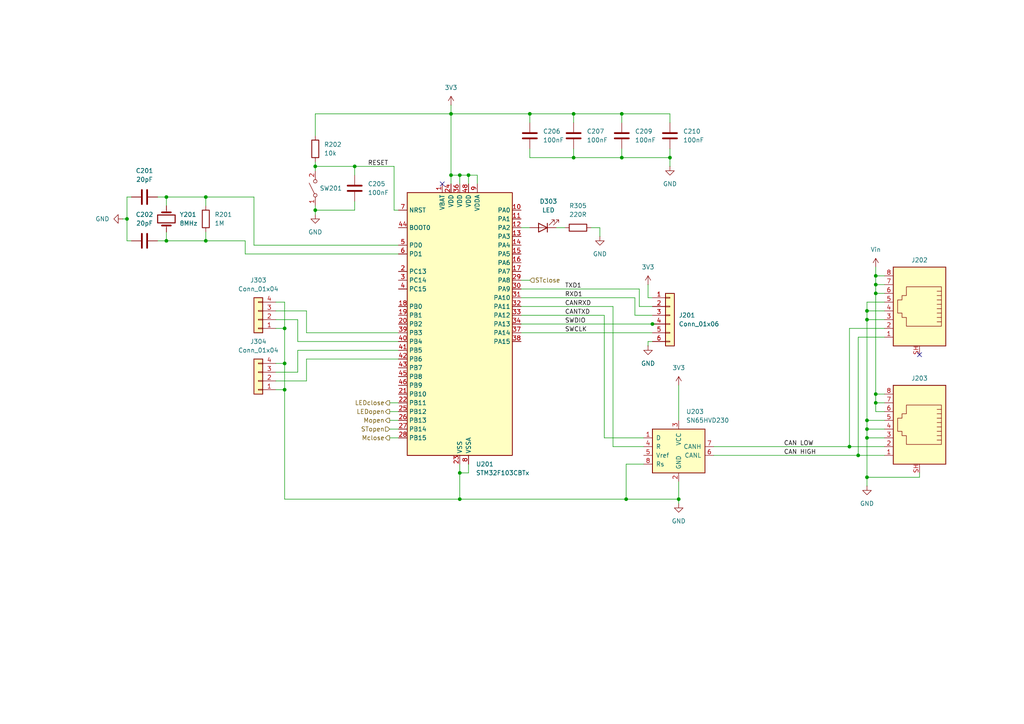
<source format=kicad_sch>
(kicad_sch (version 20250114) (generator "eeschema") (generator_version "9.0")
  (paper "A4")
  (lib_symbols
    (symbol "Connector:RJ45_Shielded" (pin_names (offset 1.016))
      (property "Reference" "J" (at -5.08 13.97 0))
      (property "Value" "RJ45_Shielded" (at 2.54 13.97 0))
      (symbol "RJ45_Shielded_0_1"
        (polyline (pts (xy -6.35 1.905) (xy -5.08 1.905) (xy -5.08 1.905)))
        (polyline (pts (xy -6.35 0.635) (xy -5.08 0.635) (xy -5.08 0.635)))
        (polyline (pts (xy -6.35 -0.635) (xy -5.08 -0.635) (xy -5.08 -0.635)))
        (polyline (pts (xy -6.35 -1.905) (xy -5.08 -1.905) (xy -5.08 -1.905)))
        (polyline (pts (xy -6.35 -3.175) (xy -5.08 -3.175) (xy -5.08 -3.175)))
        (polyline (pts (xy -6.35 -4.445) (xy -6.35 6.985) (xy 3.81 6.985) (xy 3.81 4.445) (xy 5.08 4.445) (xy 5.08 3.175) (xy 6.35 3.175) (xy 6.35 -0.635) (xy 5.08 -0.635) (xy 5.08 -1.905) (xy 3.81 -1.905) (xy 3.81 -4.445) (xy -6.35 -4.445) (xy -6.35 -4.445)))
        (polyline (pts (xy -5.08 5.715) (xy -6.35 5.715)))
        (polyline (pts (xy -5.08 4.445) (xy -6.35 4.445)))
        (polyline (pts (xy -5.08 3.175) (xy -6.35 3.175) (xy -6.35 3.175)))
        (rectangle (start 7.62 12.7) (end -7.62 -10.16) (stroke (width 0.254)) (fill (type background)))
      )
      (symbol "RJ45_Shielded_1_1"
        (pin passive line (at 0 -12.7 90) (length 2.54) (name "~") (number "SH"))
        (pin passive line (at 10.16 10.16 180) (length 2.54) (name "~") (number "8"))
        (pin passive line (at 10.16 7.62 180) (length 2.54) (name "~") (number "7"))
        (pin passive line (at 10.16 5.08 180) (length 2.54) (name "~") (number "6"))
        (pin passive line (at 10.16 2.54 180) (length 2.54) (name "~") (number "5"))
        (pin passive line (at 10.16 0 180) (length 2.54) (name "~") (number "4"))
        (pin passive line (at 10.16 -2.54 180) (length 2.54) (name "~") (number "3"))
        (pin passive line (at 10.16 -5.08 180) (length 2.54) (name "~") (number "2"))
        (pin passive line (at 10.16 -7.62 180) (length 2.54) (name "~") (number "1"))
      )
    )
    (symbol "Connector_Generic:Conn_01x04" (pin_names (offset 1.016) (hide yes))
      (property "Reference" "J" (at 0 5.08 0))
      (property "Value" "Conn_01x04" (at 0 -7.62 0))
      (symbol "Conn_01x04_1_1"
        (rectangle (start -1.27 3.81) (end 1.27 -6.35) (stroke (width 0.254)) (fill (type background)))
        (rectangle (start -1.27 2.667) (end 0 2.413) (stroke (width 0.1524)))
        (rectangle (start -1.27 0.127) (end 0 -0.127) (stroke (width 0.1524)))
        (rectangle (start -1.27 -2.413) (end 0 -2.667) (stroke (width 0.1524)))
        (rectangle (start -1.27 -4.953) (end 0 -5.207) (stroke (width 0.1524)))
        (pin passive line (at -5.08 2.54 0) (length 3.81) (name "Pin_1") (number "1"))
        (pin passive line (at -5.08 0 0) (length 3.81) (name "Pin_2") (number "2"))
        (pin passive line (at -5.08 -2.54 0) (length 3.81) (name "Pin_3") (number "3"))
        (pin passive line (at -5.08 -5.08 0) (length 3.81) (name "Pin_4") (number "4"))
      )
    )
    (symbol "Connector_Generic:Conn_01x06" (pin_names (offset 1.016) (hide yes))
      (property "Reference" "J" (at 0 7.62 0))
      (property "Value" "Conn_01x06" (at 0 -10.16 0))
      (symbol "Conn_01x06_1_1"
        (rectangle (start -1.27 6.35) (end 1.27 -8.89) (stroke (width 0.254)) (fill (type background)))
        (rectangle (start -1.27 5.207) (end 0 4.953) (stroke (width 0.1524)))
        (rectangle (start -1.27 2.667) (end 0 2.413) (stroke (width 0.1524)))
        (rectangle (start -1.27 0.127) (end 0 -0.127) (stroke (width 0.1524)))
        (rectangle (start -1.27 -2.413) (end 0 -2.667) (stroke (width 0.1524)))
        (rectangle (start -1.27 -4.953) (end 0 -5.207) (stroke (width 0.1524)))
        (rectangle (start -1.27 -7.493) (end 0 -7.747) (stroke (width 0.1524)))
        (pin passive line (at -5.08 5.08 0) (length 3.81) (name "Pin_1") (number "1"))
        (pin passive line (at -5.08 2.54 0) (length 3.81) (name "Pin_2") (number "2"))
        (pin passive line (at -5.08 0 0) (length 3.81) (name "Pin_3") (number "3"))
        (pin passive line (at -5.08 -2.54 0) (length 3.81) (name "Pin_4") (number "4"))
        (pin passive line (at -5.08 -5.08 0) (length 3.81) (name "Pin_5") (number "5"))
        (pin passive line (at -5.08 -7.62 0) (length 3.81) (name "Pin_6") (number "6"))
      )
    )
    (symbol "Device:C" (pin_numbers (hide yes)) (pin_names (offset 0.254))
      (property "Reference" "C" (at 0.635 2.54 0))
      (property "Value" "C" (at 0.635 -2.54 0))
      (symbol "C_0_1"
        (polyline (pts (xy -2.032 0.762) (xy 2.032 0.762)) (stroke (width 0.508)))
        (polyline (pts (xy -2.032 -0.762) (xy 2.032 -0.762)) (stroke (width 0.508)))
      )
      (symbol "C_1_1"
        (pin passive line (at 0 3.81 270) (length 2.794) (name "~") (number "1"))
        (pin passive line (at 0 -3.81 90) (length 2.794) (name "~") (number "2"))
      )
    )
    (symbol "Device:Crystal" (pin_numbers (hide yes)) (pin_names (offset 1.016) (hide yes))
      (property "Reference" "Y" (at 0 3.81 0))
      (property "Value" "Crystal" (at 0 -3.81 0))
      (symbol "Crystal_0_1"
        (polyline (pts (xy -2.54 0) (xy -1.905 0)))
        (polyline (pts (xy -1.905 -1.27) (xy -1.905 1.27)) (stroke (width 0.508)))
        (rectangle (start -1.143 2.54) (end 1.143 -2.54) (stroke (width 0.3048)))
        (polyline (pts (xy 1.905 -1.27) (xy 1.905 1.27)) (stroke (width 0.508)))
        (polyline (pts (xy 2.54 0) (xy 1.905 0)))
      )
      (symbol "Crystal_1_1"
        (pin passive line (at -3.81 0 0) (length 1.27) (name "1") (number "1"))
        (pin passive line (at 3.81 0 180) (length 1.27) (name "2") (number "2"))
      )
    )
    (symbol "Device:LED" (pin_numbers (hide yes)) (pin_names (offset 1.016) (hide yes))
      (property "Reference" "D" (at 0 2.54 0))
      (property "Value" "LED" (at 0 -2.54 0))
      (symbol "LED_0_1"
        (polyline (pts (xy -3.048 -0.762) (xy -4.572 -2.286) (xy -3.81 -2.286) (xy -4.572 -2.286) (xy -4.572 -1.524)))
        (polyline (pts (xy -1.778 -0.762) (xy -3.302 -2.286) (xy -2.54 -2.286) (xy -3.302 -2.286) (xy -3.302 -1.524)))
        (polyline (pts (xy -1.27 0) (xy 1.27 0)))
        (polyline (pts (xy -1.27 -1.27) (xy -1.27 1.27)) (stroke (width 0.254)))
        (polyline (pts (xy 1.27 -1.27) (xy 1.27 1.27) (xy -1.27 0) (xy 1.27 -1.27)) (stroke (width 0.254)))
      )
      (symbol "LED_1_1"
        (pin passive line (at -3.81 0 0) (length 2.54) (name "K") (number "1"))
        (pin passive line (at 3.81 0 180) (length 2.54) (name "A") (number "2"))
      )
    )
    (symbol "Device:R" (pin_numbers (hide yes)) (pin_names (offset 0))
      (property "Reference" "R" (at 2.032 0 90))
      (property "Value" "R" (at 0 0 90))
      (symbol "R_0_1"
        (rectangle (start -1.016 -2.54) (end 1.016 2.54) (stroke (width 0.254)))
      )
      (symbol "R_1_1"
        (pin passive line (at 0 3.81 270) (length 1.27) (name "~") (number "1"))
        (pin passive line (at 0 -3.81 90) (length 1.27) (name "~") (number "2"))
      )
    )
    (symbol "Interface_CAN_LIN:SN65HVD230" (pin_names (offset 1.016))
      (property "Reference" "U" (at -2.54 10.16 0))
      (property "Value" "SN65HVD230" (at -2.54 7.62 0))
      (symbol "SN65HVD230_0_1"
        (rectangle (start -7.62 5.08) (end 7.62 -7.62) (stroke (width 0.254)) (fill (type background)))
      )
      (symbol "SN65HVD230_1_1"
        (pin input line (at -10.16 2.54 0) (length 2.54) (name "D") (number "1"))
        (pin output line (at -10.16 0 0) (length 2.54) (name "R") (number "4"))
        (pin output line (at -10.16 -2.54 0) (length 2.54) (name "Vref") (number "5"))
        (pin input line (at -10.16 -5.08 0) (length 2.54) (name "Rs") (number "8"))
        (pin power_in line (at 0 7.62 270) (length 2.54) (name "VCC") (number "3"))
        (pin power_in line (at 0 -10.16 90) (length 2.54) (name "GND") (number "2"))
        (pin bidirectional line (at 10.16 0 180) (length 2.54) (name "CANH") (number "7"))
        (pin bidirectional line (at 10.16 -2.54 180) (length 2.54) (name "CANL") (number "6"))
      )
    )
    (symbol "MCU_ST_STM32F1:STM32F103CBTx"
      (property "Reference" "U" (at -15.24 39.37 0))
      (property "Value" "STM32F103CBTx" (at 7.62 39.37 0))
      (symbol "STM32F103CBTx_0_1"
        (rectangle (start -15.24 -38.1) (end 15.24 38.1) (stroke (width 0.254)) (fill (type background)))
      )
      (symbol "STM32F103CBTx_1_1"
        (pin input line (at -17.78 33.02 0) (length 2.54) (name "NRST") (number "7"))
        (pin input line (at -17.78 27.94 0) (length 2.54) (name "BOOT0") (number "44"))
        (pin bidirectional line (at -17.78 22.86 0) (length 2.54) (name "PD0") (number "5"))
        (pin bidirectional line (at -17.78 20.32 0) (length 2.54) (name "PD1") (number "6"))
        (pin bidirectional line (at -17.78 15.24 0) (length 2.54) (name "PC13") (number "2"))
        (pin bidirectional line (at -17.78 12.7 0) (length 2.54) (name "PC14") (number "3"))
        (pin bidirectional line (at -17.78 10.16 0) (length 2.54) (name "PC15") (number "4"))
        (pin bidirectional line (at -17.78 5.08 0) (length 2.54) (name "PB0") (number "18"))
        (pin bidirectional line (at -17.78 2.54 0) (length 2.54) (name "PB1") (number "19"))
        (pin bidirectional line (at -17.78 0 0) (length 2.54) (name "PB2") (number "20"))
        (pin bidirectional line (at -17.78 -2.54 0) (length 2.54) (name "PB3") (number "39"))
        (pin bidirectional line (at -17.78 -5.08 0) (length 2.54) (name "PB4") (number "40"))
        (pin bidirectional line (at -17.78 -7.62 0) (length 2.54) (name "PB5") (number "41"))
        (pin bidirectional line (at -17.78 -10.16 0) (length 2.54) (name "PB6") (number "42"))
        (pin bidirectional line (at -17.78 -12.7 0) (length 2.54) (name "PB7") (number "43"))
        (pin bidirectional line (at -17.78 -15.24 0) (length 2.54) (name "PB8") (number "45"))
        (pin bidirectional line (at -17.78 -17.78 0) (length 2.54) (name "PB9") (number "46"))
        (pin bidirectional line (at -17.78 -20.32 0) (length 2.54) (name "PB10") (number "21"))
        (pin bidirectional line (at -17.78 -22.86 0) (length 2.54) (name "PB11") (number "22"))
        (pin bidirectional line (at -17.78 -25.4 0) (length 2.54) (name "PB12") (number "25"))
        (pin bidirectional line (at -17.78 -27.94 0) (length 2.54) (name "PB13") (number "26"))
        (pin bidirectional line (at -17.78 -30.48 0) (length 2.54) (name "PB14") (number "27"))
        (pin bidirectional line (at -17.78 -33.02 0) (length 2.54) (name "PB15") (number "28"))
        (pin power_in line (at -5.08 40.64 270) (length 2.54) (name "VBAT") (number "1"))
        (pin power_in line (at -2.54 40.64 270) (length 2.54) (name "VDD") (number "24"))
        (pin power_in line (at 0 40.64 270) (length 2.54) (name "VDD") (number "36"))
        (pin power_in line (at 0 -40.64 90) (length 2.54) (name "VSS") (number "23"))
        (pin passive line (at 0 -40.64 90) (length 2.54) (hide yes) (name "VSS") (number "35"))
        (pin passive line (at 0 -40.64 90) (length 2.54) (hide yes) (name "VSS") (number "47"))
        (pin power_in line (at 2.54 40.64 270) (length 2.54) (name "VDD") (number "48"))
        (pin power_in line (at 2.54 -40.64 90) (length 2.54) (name "VSSA") (number "8"))
        (pin power_in line (at 5.08 40.64 270) (length 2.54) (name "VDDA") (number "9"))
        (pin bidirectional line (at 17.78 33.02 180) (length 2.54) (name "PA0") (number "10"))
        (pin bidirectional line (at 17.78 30.48 180) (length 2.54) (name "PA1") (number "11"))
        (pin bidirectional line (at 17.78 27.94 180) (length 2.54) (name "PA2") (number "12"))
        (pin bidirectional line (at 17.78 25.4 180) (length 2.54) (name "PA3") (number "13"))
        (pin bidirectional line (at 17.78 22.86 180) (length 2.54) (name "PA4") (number "14"))
        (pin bidirectional line (at 17.78 20.32 180) (length 2.54) (name "PA5") (number "15"))
        (pin bidirectional line (at 17.78 17.78 180) (length 2.54) (name "PA6") (number "16"))
        (pin bidirectional line (at 17.78 15.24 180) (length 2.54) (name "PA7") (number "17"))
        (pin bidirectional line (at 17.78 12.7 180) (length 2.54) (name "PA8") (number "29"))
        (pin bidirectional line (at 17.78 10.16 180) (length 2.54) (name "PA9") (number "30"))
        (pin bidirectional line (at 17.78 7.62 180) (length 2.54) (name "PA10") (number "31"))
        (pin bidirectional line (at 17.78 5.08 180) (length 2.54) (name "PA11") (number "32"))
        (pin bidirectional line (at 17.78 2.54 180) (length 2.54) (name "PA12") (number "33"))
        (pin bidirectional line (at 17.78 0 180) (length 2.54) (name "PA13") (number "34"))
        (pin bidirectional line (at 17.78 -2.54 180) (length 2.54) (name "PA14") (number "37"))
        (pin bidirectional line (at 17.78 -5.08 180) (length 2.54) (name "PA15") (number "38"))
      )
    )
    (symbol "Switch:SW_SPST" (pin_names (offset 0) (hide yes))
      (property "Reference" "SW" (at 0 3.175 0))
      (property "Value" "SW_SPST" (at 0 -2.54 0))
      (symbol "SW_SPST_0_0"
        (circle (center -2.032 0) (radius 0.508))
        (polyline (pts (xy -1.524 0.254) (xy 1.524 1.778)))
        (circle (center 2.032 0) (radius 0.508))
      )
      (symbol "SW_SPST_1_1"
        (pin passive line (at -5.08 0 0) (length 2.54) (name "A") (number "1"))
        (pin passive line (at 5.08 0 180) (length 2.54) (name "B") (number "2"))
      )
    )
    (symbol "power:GND" (power) (pin_numbers (hide yes)) (pin_names (offset 0) (hide yes))
      (property "Value" "GND" (at 0 -3.81 0))
      (symbol "GND_0_1"
        (polyline (pts (xy 0 0) (xy 0 -1.27) (xy 1.27 -1.27) (xy 0 -2.54) (xy -1.27 -1.27) (xy 0 -1.27)))
      )
      (symbol "GND_1_1"
        (pin power_in line (at 0 0 270) (length 0) (name "~") (number "1"))
      )
    )
    (symbol "power:VDD" (power) (pin_numbers (hide yes)) (pin_names (offset 0) (hide yes))
      (property "Value" "VDD" (at 0 3.556 0))
      (symbol "VDD_0_1"
        (polyline (pts (xy -0.762 1.27) (xy 0 2.54)))
        (polyline (pts (xy 0 2.54) (xy 0.762 1.27)))
        (polyline (pts (xy 0 0) (xy 0 2.54)))
      )
      (symbol "VDD_1_1"
        (pin power_in line (at 0 0 90) (length 0) (name "~") (number "1"))
      )
    )
  )
  (junction (at 251.46 90.17))
  (junction (at 180.34 45.72))
  (junction (at 254 114.3))
  (junction (at 189.23 93.98))
  (junction (at 194.31 45.72))
  (junction (at 133.35 137.16))
  (junction (at 180.34 33.02))
  (junction (at 59.69 69.85))
  (junction (at 91.44 48.26))
  (junction (at 82.55 113.03))
  (junction (at 254 116.84))
  (junction (at 36.83 63.5))
  (junction (at 153.67 33.02))
  (junction (at 254 85.09))
  (junction (at 102.87 48.26))
  (junction (at 133.35 50.8))
  (junction (at 251.46 92.71))
  (junction (at 59.69 57.15))
  (junction (at 135.89 50.8))
  (junction (at 48.26 57.15))
  (junction (at 254 82.55))
  (junction (at 166.37 33.02))
  (junction (at 166.37 45.72))
  (junction (at 248.92 132.08))
  (junction (at 48.26 69.85))
  (junction (at 251.46 124.46))
  (junction (at 251.46 138.43))
  (junction (at 130.81 50.8))
  (junction (at 130.81 33.02))
  (junction (at 181.61 144.78))
  (junction (at 91.44 60.96))
  (junction (at 251.46 121.92))
  (junction (at 251.46 127))
  (junction (at 82.55 105.41))
  (junction (at 196.85 144.78))
  (junction (at 246.38 129.54))
  (junction (at 133.35 144.78))
  (junction (at 82.55 95.25))
  (junction (at 254 80.01))
  (no_connect (at 128.27 53.34))
  (no_connect (at 266.7 102.87))
  (wire (pts (xy 86.36 92.71) (xy 80.01 92.71)))
  (wire (pts (xy 82.55 144.78) (xy 133.35 144.78)))
  (wire (pts (xy 73.66 71.12) (xy 73.66 57.15)))
  (wire (pts (xy 187.96 99.06) (xy 189.23 99.06)))
  (wire (pts (xy 248.92 132.08) (xy 248.92 97.79)))
  (wire (pts (xy 171.45 66.04) (xy 173.99 66.04)))
  (wire (pts (xy 151.13 91.44) (xy 175.26 91.44)))
  (wire (pts (xy 88.9 104.14) (xy 88.9 110.49)))
  (wire (pts (xy 180.34 45.72) (xy 194.31 45.72)))
  (wire (pts (xy 88.9 96.52) (xy 88.9 90.17)))
  (wire (pts (xy 173.99 66.04) (xy 173.99 68.58)))
  (wire (pts (xy 113.03 127) (xy 115.57 127)))
  (wire (pts (xy 133.35 134.62) (xy 133.35 137.16)))
  (wire (pts (xy 138.43 50.8) (xy 135.89 50.8)))
  (wire (pts (xy 256.54 116.84) (xy 254 116.84)))
  (wire (pts (xy 153.67 33.02) (xy 153.67 35.56)))
  (wire (pts (xy 256.54 119.38) (xy 254 119.38)))
  (wire (pts (xy 135.89 134.62) (xy 135.89 137.16)))
  (wire (pts (xy 35.56 63.5) (xy 36.83 63.5)))
  (wire (pts (xy 256.54 124.46) (xy 251.46 124.46)))
  (wire (pts (xy 73.66 57.15) (xy 59.69 57.15)))
  (wire (pts (xy 82.55 95.25) (xy 82.55 105.41)))
  (wire (pts (xy 36.83 57.15) (xy 38.1 57.15)))
  (wire (pts (xy 91.44 49.53) (xy 91.44 48.26)))
  (wire (pts (xy 190.5 93.98) (xy 189.23 93.98)))
  (wire (pts (xy 130.81 33.02) (xy 153.67 33.02)))
  (wire (pts (xy 151.13 96.52) (xy 189.23 96.52)))
  (wire (pts (xy 115.57 71.12) (xy 73.66 71.12)))
  (wire (pts (xy 151.13 81.28) (xy 153.67 81.28)))
  (wire (pts (xy 115.57 73.66) (xy 71.12 73.66)))
  (wire (pts (xy 86.36 107.95) (xy 80.01 107.95)))
  (wire (pts (xy 254 119.38) (xy 254 116.84)))
  (wire (pts (xy 130.81 30.48) (xy 130.81 33.02)))
  (wire (pts (xy 130.81 50.8) (xy 130.81 33.02)))
  (wire (pts (xy 251.46 92.71) (xy 251.46 90.17)))
  (wire (pts (xy 180.34 43.18) (xy 180.34 45.72)))
  (wire (pts (xy 196.85 139.7) (xy 196.85 144.78)))
  (wire (pts (xy 59.69 57.15) (xy 48.26 57.15)))
  (wire (pts (xy 102.87 58.42) (xy 102.87 60.96)))
  (wire (pts (xy 45.72 57.15) (xy 48.26 57.15)))
  (wire (pts (xy 135.89 53.34) (xy 135.89 50.8)))
  (wire (pts (xy 254 85.09) (xy 254 82.55)))
  (wire (pts (xy 248.92 132.08) (xy 256.54 132.08)))
  (wire (pts (xy 133.35 137.16) (xy 133.35 144.78)))
  (wire (pts (xy 207.01 129.54) (xy 246.38 129.54)))
  (wire (pts (xy 115.57 104.14) (xy 88.9 104.14)))
  (wire (pts (xy 153.67 33.02) (xy 166.37 33.02)))
  (wire (pts (xy 71.12 69.85) (xy 59.69 69.85)))
  (wire (pts (xy 180.34 33.02) (xy 166.37 33.02)))
  (wire (pts (xy 246.38 129.54) (xy 256.54 129.54)))
  (wire (pts (xy 254 82.55) (xy 256.54 82.55)))
  (wire (pts (xy 86.36 99.06) (xy 86.36 92.71)))
  (wire (pts (xy 207.01 132.08) (xy 248.92 132.08)))
  (wire (pts (xy 251.46 121.92) (xy 256.54 121.92)))
  (wire (pts (xy 153.67 45.72) (xy 166.37 45.72)))
  (wire (pts (xy 88.9 90.17) (xy 80.01 90.17)))
  (wire (pts (xy 115.57 96.52) (xy 88.9 96.52)))
  (wire (pts (xy 161.29 66.04) (xy 163.83 66.04)))
  (wire (pts (xy 48.26 57.15) (xy 48.26 59.69)))
  (wire (pts (xy 175.26 127) (xy 186.69 127)))
  (wire (pts (xy 246.38 95.25) (xy 256.54 95.25)))
  (wire (pts (xy 184.15 91.44) (xy 189.23 91.44)))
  (wire (pts (xy 113.03 116.84) (xy 115.57 116.84)))
  (wire (pts (xy 36.83 63.5) (xy 36.83 57.15)))
  (wire (pts (xy 254 114.3) (xy 254 116.84)))
  (wire (pts (xy 266.7 138.43) (xy 266.7 137.16)))
  (wire (pts (xy 184.15 86.36) (xy 184.15 91.44)))
  (wire (pts (xy 175.26 91.44) (xy 175.26 127)))
  (wire (pts (xy 181.61 134.62) (xy 186.69 134.62)))
  (wire (pts (xy 115.57 60.96) (xy 114.3 60.96)))
  (wire (pts (xy 113.03 119.38) (xy 115.57 119.38)))
  (wire (pts (xy 36.83 69.85) (xy 36.83 63.5)))
  (wire (pts (xy 102.87 60.96) (xy 91.44 60.96)))
  (wire (pts (xy 59.69 57.15) (xy 59.69 59.69)))
  (wire (pts (xy 48.26 69.85) (xy 48.26 67.31)))
  (wire (pts (xy 82.55 105.41) (xy 82.55 113.03)))
  (wire (pts (xy 133.35 144.78) (xy 181.61 144.78)))
  (wire (pts (xy 196.85 144.78) (xy 196.85 146.05)))
  (wire (pts (xy 114.3 60.96) (xy 114.3 48.26)))
  (wire (pts (xy 130.81 53.34) (xy 130.81 50.8)))
  (wire (pts (xy 91.44 46.99) (xy 91.44 48.26)))
  (wire (pts (xy 91.44 48.26) (xy 102.87 48.26)))
  (wire (pts (xy 251.46 138.43) (xy 266.7 138.43)))
  (wire (pts (xy 151.13 93.98) (xy 189.23 93.98)))
  (wire (pts (xy 256.54 85.09) (xy 254 85.09)))
  (wire (pts (xy 138.43 53.34) (xy 138.43 50.8)))
  (wire (pts (xy 71.12 73.66) (xy 71.12 69.85)))
  (wire (pts (xy 91.44 33.02) (xy 130.81 33.02)))
  (wire (pts (xy 185.42 83.82) (xy 185.42 88.9)))
  (wire (pts (xy 251.46 124.46) (xy 251.46 127)))
  (wire (pts (xy 181.61 144.78) (xy 196.85 144.78)))
  (wire (pts (xy 113.03 121.92) (xy 115.57 121.92)))
  (wire (pts (xy 88.9 110.49) (xy 80.01 110.49)))
  (wire (pts (xy 91.44 60.96) (xy 91.44 62.23)))
  (wire (pts (xy 196.85 111.76) (xy 196.85 121.92)))
  (wire (pts (xy 38.1 69.85) (xy 36.83 69.85)))
  (wire (pts (xy 153.67 43.18) (xy 153.67 45.72)))
  (wire (pts (xy 166.37 43.18) (xy 166.37 45.72)))
  (wire (pts (xy 246.38 129.54) (xy 246.38 95.25)))
  (wire (pts (xy 187.96 86.36) (xy 189.23 86.36)))
  (wire (pts (xy 254 85.09) (xy 254 114.3)))
  (wire (pts (xy 151.13 88.9) (xy 177.8 88.9)))
  (wire (pts (xy 256.54 87.63) (xy 251.46 87.63)))
  (wire (pts (xy 254 77.47) (xy 254 80.01)))
  (wire (pts (xy 91.44 39.37) (xy 91.44 33.02)))
  (wire (pts (xy 251.46 92.71) (xy 256.54 92.71)))
  (wire (pts (xy 82.55 87.63) (xy 82.55 95.25)))
  (wire (pts (xy 86.36 101.6) (xy 86.36 107.95)))
  (wire (pts (xy 187.96 99.06) (xy 187.96 100.33)))
  (wire (pts (xy 194.31 45.72) (xy 194.31 43.18)))
  (wire (pts (xy 133.35 50.8) (xy 130.81 50.8)))
  (wire (pts (xy 151.13 66.04) (xy 153.67 66.04)))
  (wire (pts (xy 166.37 35.56) (xy 166.37 33.02)))
  (wire (pts (xy 177.8 88.9) (xy 177.8 129.54)))
  (wire (pts (xy 133.35 53.34) (xy 133.35 50.8)))
  (wire (pts (xy 151.13 83.82) (xy 185.42 83.82)))
  (wire (pts (xy 251.46 87.63) (xy 251.46 90.17)))
  (wire (pts (xy 113.03 124.46) (xy 115.57 124.46)))
  (wire (pts (xy 251.46 138.43) (xy 251.46 140.97)))
  (wire (pts (xy 91.44 59.69) (xy 91.44 60.96)))
  (wire (pts (xy 251.46 127) (xy 251.46 138.43)))
  (wire (pts (xy 80.01 87.63) (xy 82.55 87.63)))
  (wire (pts (xy 82.55 113.03) (xy 82.55 144.78)))
  (wire (pts (xy 251.46 127) (xy 256.54 127)))
  (wire (pts (xy 59.69 69.85) (xy 48.26 69.85)))
  (wire (pts (xy 151.13 86.36) (xy 184.15 86.36)))
  (wire (pts (xy 45.72 69.85) (xy 48.26 69.85)))
  (wire (pts (xy 135.89 50.8) (xy 133.35 50.8)))
  (wire (pts (xy 185.42 88.9) (xy 189.23 88.9)))
  (wire (pts (xy 251.46 92.71) (xy 251.46 121.92)))
  (wire (pts (xy 248.92 97.79) (xy 256.54 97.79)))
  (wire (pts (xy 114.3 48.26) (xy 102.87 48.26)))
  (wire (pts (xy 194.31 45.72) (xy 194.31 48.26)))
  (wire (pts (xy 80.01 95.25) (xy 82.55 95.25)))
  (wire (pts (xy 186.69 129.54) (xy 177.8 129.54)))
  (wire (pts (xy 180.34 33.02) (xy 180.34 35.56)))
  (wire (pts (xy 59.69 67.31) (xy 59.69 69.85)))
  (wire (pts (xy 254 80.01) (xy 254 82.55)))
  (wire (pts (xy 115.57 101.6) (xy 86.36 101.6)))
  (wire (pts (xy 166.37 45.72) (xy 180.34 45.72)))
  (wire (pts (xy 115.57 99.06) (xy 86.36 99.06)))
  (wire (pts (xy 181.61 134.62) (xy 181.61 144.78)))
  (wire (pts (xy 256.54 114.3) (xy 254 114.3)))
  (wire (pts (xy 102.87 48.26) (xy 102.87 50.8)))
  (wire (pts (xy 194.31 35.56) (xy 194.31 33.02)))
  (wire (pts (xy 80.01 105.41) (xy 82.55 105.41)))
  (wire (pts (xy 256.54 90.17) (xy 251.46 90.17)))
  (wire (pts (xy 135.89 137.16) (xy 133.35 137.16)))
  (wire (pts (xy 194.31 33.02) (xy 180.34 33.02)))
  (wire (pts (xy 251.46 121.92) (xy 251.46 124.46)))
  (wire (pts (xy 254 80.01) (xy 256.54 80.01)))
  (wire (pts (xy 80.01 113.03) (xy 82.55 113.03)))
  (wire (pts (xy 187.96 82.55) (xy 187.96 86.36)))
  (label "CAN LOW" (at 227.33 129.54 0))
  (label "SWCLK" (at 163.83 96.52 0))
  (label "RXD1" (at 163.83 86.36 0))
  (label "RESET" (at 106.68 48.26 0))
  (label "CANRXD" (at 163.83 88.9 0))
  (label "CAN HIGH" (at 227.33 132.08 0))
  (label "CANTXD" (at 163.83 91.44 0))
  (label "TXD1" (at 163.83 83.82 0))
  (label "SWDIO" (at 163.83 93.98 0))
  (hierarchical_label "LEDclose" (shape output) (at 113.03 116.84 180))
  (hierarchical_label "Mclose" (shape output) (at 113.03 127 180))
  (hierarchical_label "Mopen" (shape output) (at 113.03 121.92 180))
  (hierarchical_label "STclose" (shape input) (at 153.67 81.28 0))
  (hierarchical_label "STopen" (shape input) (at 113.03 124.46 180))
  (hierarchical_label "LEDopen" (shape output) (at 113.03 119.38 180))
  (symbol (lib_id "Switch:SW_SPST") (at 91.44 54.61 90) (unit 1)
    (property "Reference" "SW201" (at 92.71 54.6099 90) (effects (justify right)))
    (property "Value" "TS-1088" (effects (hide yes)))
    (property "Footprint" "Projekt:TS-1088" (effects (hide yes)))
    (property "Description" "Single Pole Single Throw (SPST) switch" (effects (hide yes)))
    (property "LCSC" "C720477" (effects (hide yes)))
  )
  (symbol (lib_id "power:GND") (at 251.46 140.97 0) (unit 1)
    (property "Reference" "#PWR0212" (effects (hide yes)))
    (property "Value" "GND" (at 251.46 146.05 0))
    (property "Description" "Power symbol creates a global label with name \"GND\" , ground" (effects (hide yes)))
  )
  (symbol (lib_id "Device:C") (at 41.91 57.15 90) (unit 1)
    (property "Reference" "C201" (at 41.91 49.53 90))
    (property "Value" "20pF" (at 41.91 52.07 90))
    (property "Footprint" "Capacitor_SMD:C_0402_1005Metric" (effects (hide yes)))
    (property "Description" "Unpolarized capacitor" (effects (hide yes)))
    (property "LCSC" "C1554" (effects (hide yes)))
  )
  (symbol (lib_id "power:VDD") (at 254 77.47 0) (unit 1)
    (property "Reference" "#PWR0211" (effects (hide yes)))
    (property "Value" "Vin" (at 254 72.39 0))
    (property "Description" "Power symbol creates a global label with name \"VDD\"" (effects (hide yes)))
  )
  (symbol (lib_id "Connector:RJ45_Shielded") (at 266.7 124.46 0) (mirror y) (unit 1)
    (property "Reference" "J203" (at 266.7 109.728 0))
    (property "Value" "RJ45_Shielded" (effects (hide yes)))
    (property "Footprint" "Projekt:RJ45_SH" (effects (hide yes)))
    (property "Description" "RJ connector, 8P8C (8 positions 8 connected), Shielded" (effects (hide yes)))
    (property "LCSC" "C386763" (effects (hide yes)))
  )
  (symbol (lib_id "Device:R") (at 91.44 43.18 0) (unit 1)
    (property "Reference" "R202" (at 93.98 41.9099 0) (effects (justify left)))
    (property "Value" "10k" (at 93.98 44.4499 0) (effects (justify left)))
    (property "Footprint" "Resistor_SMD:R_0402_1005Metric" (effects (hide yes)))
    (property "Description" "Resistor" (effects (hide yes)))
  )
  (symbol (lib_id "Connector:RJ45_Shielded") (at 266.7 90.17 0) (mirror y) (unit 1)
    (property "Reference" "J202" (at 266.7 75.438 0))
    (property "Value" "RJ45_Shielded" (effects (hide yes)))
    (property "Footprint" "Projekt:RJ45_SH" (effects (hide yes)))
    (property "Description" "RJ connector, 8P8C (8 positions 8 connected), Shielded" (effects (hide yes)))
    (property "LCSC" "C386763" (effects (hide yes)))
  )
  (symbol (lib_id "power:VDD") (at 196.85 111.76 0) (unit 1)
    (property "Reference" "#PWR0207" (effects (hide yes)))
    (property "Value" "3V3" (at 196.85 106.68 0))
    (property "Description" "Power symbol creates a global label with name \"VDD\"" (effects (hide yes)))
  )
  (symbol (lib_id "MCU_ST_STM32F1:STM32F103CBTx") (at 133.35 93.98 0) (unit 1)
    (property "Reference" "U201" (at 138.0333 134.62 0) (effects (justify left)))
    (property "Value" "STM32F103CBTx" (at 138.0333 137.16 0) (effects (justify left)))
    (property "Footprint" "Package_QFP:LQFP-48_7x7mm_P0.5mm" (effects (hide yes)))
    (property "Datasheet" "https://www.st.com/resource/en/datasheet/stm32f103cb.pdf" (effects (hide yes)))
    (property "Description" "STMicroelectronics Arm Cortex-M3 MCU, 128KB flash, 20KB RAM, 72 MHz, 2.0-3.6V, 37 GPIO, LQFP48" (effects (hide yes)))
  )
  (symbol (lib_id "Connector_Generic:Conn_01x06") (at 194.31 91.44 0) (unit 1)
    (property "Reference" "J201" (at 196.85 91.4399 0) (effects (justify left)))
    (property "Value" "Conn_01x06" (at 196.85 93.9799 0) (effects (justify left)))
    (property "Footprint" "Projekt:JTAG" (effects (hide yes)))
    (property "Description" "Generic connector, single row, 01x06, script generated (kicad-library-utils/schlib/autogen/connector/)" (effects (hide yes)))
  )
  (symbol (lib_id "power:GND") (at 91.44 62.23 0) (unit 1)
    (property "Reference" "#PWR0203" (effects (hide yes)))
    (property "Value" "GND" (at 91.44 67.31 0))
    (property "Description" "Power symbol creates a global label with name \"GND\" , ground" (effects (hide yes)))
  )
  (symbol (lib_id "Device:C") (at 166.37 39.37 0) (unit 1)
    (property "Reference" "C207" (at 170.18 38.0999 0) (effects (justify left)))
    (property "Value" "100nF" (at 170.18 40.6399 0) (effects (justify left)))
    (property "Footprint" "Capacitor_SMD:C_0402_1005Metric" (effects (hide yes)))
    (property "Description" "Unpolarized capacitor" (effects (hide yes)))
    (property "LCSC" "C1525" (effects (hide yes)))
  )
  (symbol (lib_id "power:GND") (at 196.85 146.05 0) (unit 1)
    (property "Reference" "#PWR0210" (effects (hide yes)))
    (property "Value" "GND" (at 196.85 151.13 0))
    (property "Description" "Power symbol creates a global label with name \"GND\" , ground" (effects (hide yes)))
  )
  (symbol (lib_id "Device:Crystal") (at 48.26 63.5 90) (unit 1)
    (property "Reference" "Y201" (at 52.07 62.2299 90) (effects (justify right)))
    (property "Value" "8MHz" (at 52.07 64.7699 90) (effects (justify right)))
    (property "Footprint" "Crystal:Crystal_SMD_5032-2Pin_5.0x3.2mm" (effects (hide yes)))
    (property "Description" "Two pin crystal" (effects (hide yes)))
    (property "LCSC" "C115962" (effects (hide yes)))
  )
  (symbol (lib_id "Device:LED") (at 157.48 66.04 180) (unit 1)
    (property "Reference" "D303" (at 159.0675 58.42 0))
    (property "Value" "LED" (at 159.0675 60.96 0))
    (property "Footprint" "LED_SMD:LED_0603_1608Metric" (effects (hide yes)))
    (property "Description" "Light emitting diode" (effects (hide yes)))
    (property "Sim.Pins" "1=K 2=A" (effects (hide yes)))
    (property "LCSC" "C2286" (effects (hide yes)))
  )
  (symbol (lib_id "Interface_CAN_LIN:SN65HVD230") (at 196.85 129.54 0) (unit 1)
    (property "Reference" "U203" (at 198.9933 119.38 0) (effects (justify left)))
    (property "Value" "SN65HVD230" (at 198.9933 121.92 0) (effects (justify left)))
    (property "Footprint" "Package_SO:SOIC-8_3.9x4.9mm_P1.27mm" (effects (hide yes)))
    (property "Datasheet" "http://www.ti.com/lit/ds/symlink/sn65hvd230.pdf" (effects (hide yes)))
    (property "Description" "CAN Bus Transceivers, 3.3V, 1Mbps, Low-Power capabilities, SOIC-8" (effects (hide yes)))
  )
  (symbol (lib_id "power:VDD") (at 187.96 82.55 0) (unit 1)
    (property "Reference" "#PWR0205" (effects (hide yes)))
    (property "Value" "3V3" (at 187.96 77.47 0))
    (property "Description" "Power symbol creates a global label with name \"VDD\"" (effects (hide yes)))
  )
  (symbol (lib_id "power:GND") (at 187.96 100.33 0) (unit 1)
    (property "Reference" "#PWR0206" (effects (hide yes)))
    (property "Value" "GND" (at 187.96 105.41 0))
    (property "Description" "Power symbol creates a global label with name \"GND\" , ground" (effects (hide yes)))
  )
  (symbol (lib_id "Connector_Generic:Conn_01x04") (at 74.93 92.71 180) (unit 1)
    (property "Reference" "J303" (at 74.93 81.28 0))
    (property "Value" "Conn_01x04" (at 74.93 83.82 0))
    (property "Footprint" "Connector_JST:JST_PH_B4B-PH-K_1x04_P2.00mm_Vertical" (effects (hide yes)))
    (property "Description" "Generic connector, single row, 01x04, script generated (kicad-library-utils/schlib/autogen/connector/)" (effects (hide yes)))
  )
  (symbol (lib_id "Device:R") (at 167.64 66.04 270) (unit 1)
    (property "Reference" "R305" (at 167.64 59.69 90))
    (property "Value" "220R" (at 167.64 62.23 90))
    (property "Footprint" "Resistor_SMD:R_0402_1005Metric" (effects (hide yes)))
    (property "Description" "Resistor" (effects (hide yes)))
    (property "LCSC" "C25091" (effects (hide yes)))
  )
  (symbol (lib_id "Device:R") (at 59.69 63.5 0) (unit 1)
    (property "Reference" "R201" (at 62.23 62.2299 0) (effects (justify left)))
    (property "Value" "1M" (at 62.23 64.7699 0) (effects (justify left)))
    (property "Footprint" "Resistor_SMD:R_0402_1005Metric" (effects (hide yes)))
    (property "Description" "Resistor" (effects (hide yes)))
    (property "LCSC" "C26083" (effects (hide yes)))
  )
  (symbol (lib_id "power:GND") (at 194.31 48.26 0) (unit 1)
    (property "Reference" "#PWR0208" (effects (hide yes)))
    (property "Value" "GND" (at 194.31 53.34 0))
    (property "Description" "Power symbol creates a global label with name \"GND\" , ground" (effects (hide yes)))
  )
  (symbol (lib_id "power:VDD") (at 130.81 30.48 0) (unit 1)
    (property "Reference" "#PWR0204" (effects (hide yes)))
    (property "Value" "3V3" (at 130.81 25.4 0))
    (property "Description" "Power symbol creates a global label with name \"VDD\"" (effects (hide yes)))
  )
  (symbol (lib_id "Device:C") (at 180.34 39.37 0) (unit 1)
    (property "Reference" "C209" (at 184.15 38.0999 0) (effects (justify left)))
    (property "Value" "100nF" (at 184.15 40.6399 0) (effects (justify left)))
    (property "Footprint" "Capacitor_SMD:C_0402_1005Metric" (effects (hide yes)))
    (property "Description" "Unpolarized capacitor" (effects (hide yes)))
    (property "LCSC" "C1525" (effects (hide yes)))
  )
  (symbol (lib_id "Device:C") (at 102.87 54.61 0) (unit 1)
    (property "Reference" "C205" (at 106.68 53.3399 0) (effects (justify left)))
    (property "Value" "100nF" (at 106.68 55.8799 0) (effects (justify left)))
    (property "Footprint" "Capacitor_SMD:C_0402_1005Metric" (effects (hide yes)))
    (property "Description" "Unpolarized capacitor" (effects (hide yes)))
    (property "LCSC" "C1525" (effects (hide yes)))
  )
  (symbol (lib_id "Device:C") (at 41.91 69.85 90) (unit 1)
    (property "Reference" "C202" (at 41.91 62.23 90))
    (property "Value" "20pF" (at 41.91 64.77 90))
    (property "Footprint" "Capacitor_SMD:C_0402_1005Metric" (effects (hide yes)))
    (property "Description" "Unpolarized capacitor" (effects (hide yes)))
    (property "LCSC" "C1554" (effects (hide yes)))
  )
  (symbol (lib_id "Device:C") (at 153.67 39.37 0) (unit 1)
    (property "Reference" "C206" (at 157.48 38.0999 0) (effects (justify left)))
    (property "Value" "100nF" (at 157.48 40.6399 0) (effects (justify left)))
    (property "Footprint" "Capacitor_SMD:C_0402_1005Metric" (effects (hide yes)))
    (property "Description" "Unpolarized capacitor" (effects (hide yes)))
    (property "LCSC" "C1525" (effects (hide yes)))
  )
  (symbol (lib_id "power:GND") (at 35.56 63.5 270) (unit 1)
    (property "Reference" "#PWR0201" (effects (hide yes)))
    (property "Value" "GND" (at 31.75 63.4999 90) (effects (justify right)))
    (property "Description" "Power symbol creates a global label with name \"GND\" , ground" (effects (hide yes)))
  )
  (symbol (lib_id "power:GND") (at 173.99 68.58 0) (unit 1)
    (property "Reference" "#PWR0213" (effects (hide yes)))
    (property "Value" "GND" (at 173.99 73.66 0))
    (property "Description" "Power symbol creates a global label with name \"GND\" , ground" (effects (hide yes)))
  )
  (symbol (lib_id "Connector_Generic:Conn_01x04") (at 74.93 110.49 180) (unit 1)
    (property "Reference" "J304" (at 74.93 99.06 0))
    (property "Value" "Conn_01x04" (at 74.93 101.6 0))
    (property "Footprint" "Connector_JST:JST_PH_B4B-PH-K_1x04_P2.00mm_Vertical" (effects (hide yes)))
    (property "Description" "Generic connector, single row, 01x04, script generated (kicad-library-utils/schlib/autogen/connector/)" (effects (hide yes)))
  )
  (symbol (lib_id "Device:C") (at 194.31 39.37 0) (unit 1)
    (property "Reference" "C210" (at 198.12 38.0999 0) (effects (justify left)))
    (property "Value" "100nF" (at 198.12 40.6399 0) (effects (justify left)))
    (property "Footprint" "Capacitor_SMD:C_0402_1005Metric" (effects (hide yes)))
    (property "Description" "Unpolarized capacitor" (effects (hide yes)))
    (property "LCSC" "C1525" (effects (hide yes)))
  )
)
</source>
